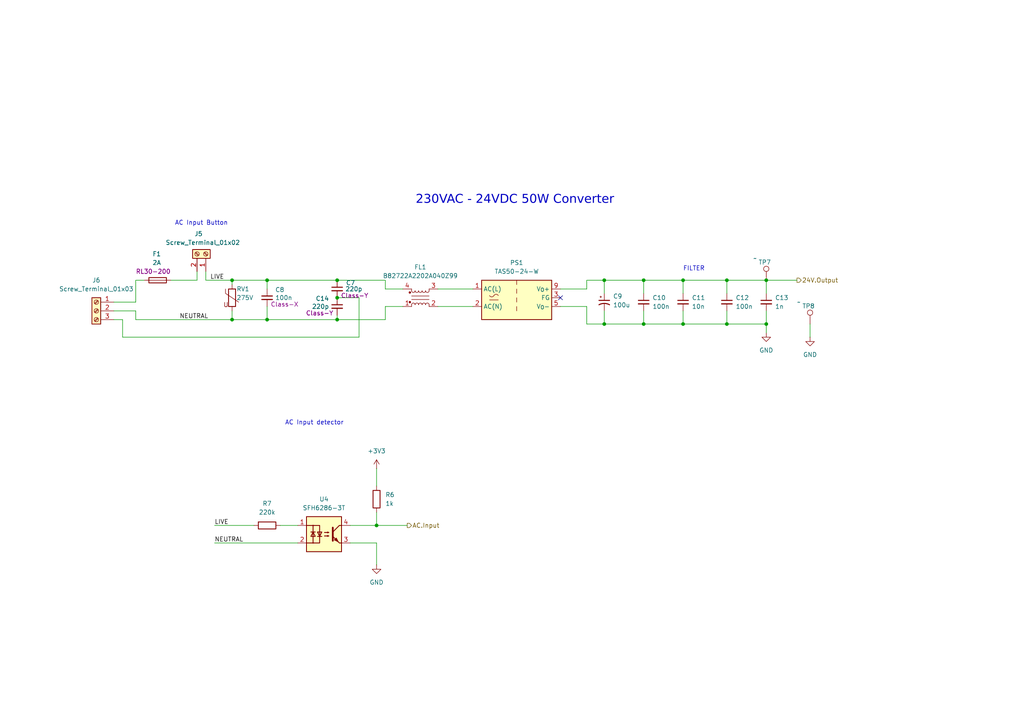
<source format=kicad_sch>
(kicad_sch (version 20250114) (generator "eeschema") (generator_version "9.0")
  (paper "A4")
  (lib_symbols
    (symbol "Connector:Screw_Terminal_01x02" (pin_names (offset 1.016) (hide yes))
      (property "Reference" "J" (at 0 2.54 0))
      (property "Value" "Screw_Terminal_01x02" (at 0 -5.08 0))
      (symbol "Screw_Terminal_01x02_1_1"
        (rectangle (start -1.27 1.27) (end 1.27 -3.81) (stroke (width 0.254)) (fill (type background)))
        (polyline (pts (xy -0.5334 0.3302) (xy 0.3302 -0.508)) (stroke (width 0.1524)))
        (polyline (pts (xy -0.5334 -2.2098) (xy 0.3302 -3.048)) (stroke (width 0.1524)))
        (polyline (pts (xy -0.3556 0.508) (xy 0.508 -0.3302)) (stroke (width 0.1524)))
        (polyline (pts (xy -0.3556 -2.032) (xy 0.508 -2.8702)) (stroke (width 0.1524)))
        (circle (center 0 0) (radius 0.635) (stroke (width 0.1524)))
        (circle (center 0 -2.54) (radius 0.635) (stroke (width 0.1524)))
        (pin passive line (at -5.08 0 0) (length 3.81) (name "Pin_1") (number "1"))
        (pin passive line (at -5.08 -2.54 0) (length 3.81) (name "Pin_2") (number "2"))
      )
    )
    (symbol "Connector:Screw_Terminal_01x03" (pin_names (offset 1.016) (hide yes))
      (property "Reference" "J" (at 0 5.08 0))
      (property "Value" "Screw_Terminal_01x03" (at 0 -5.08 0))
      (symbol "Screw_Terminal_01x03_1_1"
        (rectangle (start -1.27 3.81) (end 1.27 -3.81) (stroke (width 0.254)) (fill (type background)))
        (polyline (pts (xy -0.5334 2.8702) (xy 0.3302 2.032)) (stroke (width 0.1524)))
        (polyline (pts (xy -0.5334 0.3302) (xy 0.3302 -0.508)) (stroke (width 0.1524)))
        (polyline (pts (xy -0.5334 -2.2098) (xy 0.3302 -3.048)) (stroke (width 0.1524)))
        (polyline (pts (xy -0.3556 3.048) (xy 0.508 2.2098)) (stroke (width 0.1524)))
        (polyline (pts (xy -0.3556 0.508) (xy 0.508 -0.3302)) (stroke (width 0.1524)))
        (polyline (pts (xy -0.3556 -2.032) (xy 0.508 -2.8702)) (stroke (width 0.1524)))
        (circle (center 0 2.54) (radius 0.635) (stroke (width 0.1524)))
        (circle (center 0 0) (radius 0.635) (stroke (width 0.1524)))
        (circle (center 0 -2.54) (radius 0.635) (stroke (width 0.1524)))
        (pin passive line (at -5.08 2.54 0) (length 3.81) (name "Pin_1") (number "1"))
        (pin passive line (at -5.08 0 0) (length 3.81) (name "Pin_2") (number "2"))
        (pin passive line (at -5.08 -2.54 0) (length 3.81) (name "Pin_3") (number "3"))
      )
    )
    (symbol "Connector:TestPoint" (pin_numbers (hide yes)) (pin_names (offset 0.762) (hide yes))
      (property "Reference" "TP" (at 0 6.858 0))
      (property "Value" "TestPoint" (at 0 5.08 0))
      (symbol "TestPoint_0_1"
        (circle (center 0 3.302) (radius 0.762))
      )
      (symbol "TestPoint_1_1"
        (pin passive line (at 0 0 90) (length 2.54) (name "1") (number "1"))
      )
    )
    (symbol "Converter_ACDC:TMLM04253"
      (property "Reference" "PS?" (at 0 10.16 0))
      (property "Value" "TMLM04253" (at 0 7.62 0))
      (symbol "TMLM04253_0_1"
        (rectangle (start -10.16 5.08) (end 10.16 -6.35) (stroke (width 0.254)) (fill (type background)))
        (polyline (pts (xy -7.874 -0.635) (xy -5.334 -0.635)))
        (arc (start -6.604 0.635) (mid -7.239 0.2495) (end -7.874 0.635))
        (arc (start -6.604 0.635) (mid -5.969 1.0072) (end -5.334 0.635))
        (polyline (pts (xy 0 5.08) (xy 0 3.81)))
        (polyline (pts (xy 0 2.54) (xy 0 1.27)))
        (polyline (pts (xy 0 0) (xy 0 -1.27)))
        (polyline (pts (xy 0 -2.54) (xy 0 -3.81)))
      )
      (symbol "TMLM04253_1_1"
        (pin power_in line (at -12.7 2.54 0) (length 2.54) (name "AC(L)") (number "1"))
        (pin power_in line (at -12.7 -2.54 0) (length 2.54) (name "AC(N)") (number "2"))
        (pin no_connect line (at 0 -5.08 180) (length 2.54) (hide yes) (name "NP") (number "4"))
        (pin no_connect line (at 0 -5.08 180) (length 2.54) (hide yes) (name "NP") (number "6"))
        (pin no_connect line (at 0 -5.08 180) (length 2.54) (hide yes) (name "NP") (number "7"))
        (pin no_connect line (at 0 -5.08 180) (length 2.54) (hide yes) (name "NP") (number "8"))
        (pin power_out line (at 12.7 2.54 180) (length 2.54) (name "V_{O}+") (number "9"))
        (pin power_out line (at 12.7 0 180) (length 2.54) (name "FG") (number "3"))
        (pin power_out line (at 12.7 -2.54 180) (length 2.54) (name "V_{O}-") (number "5"))
      )
    )
    (symbol "Device:C_Polarized_Small_US" (pin_numbers (hide yes)) (pin_names (offset 0.254) (hide yes))
      (property "Reference" "C" (at 0.254 1.778 0))
      (property "Value" "C_Polarized_Small_US" (at 0.254 -2.032 0))
      (symbol "C_Polarized_Small_US_0_1"
        (polyline (pts (xy -1.524 0.508) (xy 1.524 0.508)) (stroke (width 0.3048)))
        (polyline (pts (xy -1.27 1.524) (xy -0.762 1.524)))
        (polyline (pts (xy -1.016 1.27) (xy -1.016 1.778)))
        (arc (start -1.524 -0.762) (mid 0 -0.3734) (end 1.524 -0.762) (stroke (width 0.3048)))
      )
      (symbol "C_Polarized_Small_US_1_1"
        (pin passive line (at 0 2.54 270) (length 2.032) (name "~") (number "1"))
        (pin passive line (at 0 -2.54 90) (length 2.032) (name "~") (number "2"))
      )
    )
    (symbol "Device:C_Small" (pin_numbers (hide yes)) (pin_names (offset 0.254) (hide yes))
      (property "Reference" "C" (at 0.254 1.778 0))
      (property "Value" "C_Small" (at 0.254 -2.032 0))
      (symbol "C_Small_0_1"
        (polyline (pts (xy -1.524 0.508) (xy 1.524 0.508)) (stroke (width 0.3048)))
        (polyline (pts (xy -1.524 -0.508) (xy 1.524 -0.508)) (stroke (width 0.3302)))
      )
      (symbol "C_Small_1_1"
        (pin passive line (at 0 2.54 270) (length 2.032) (name "~") (number "1"))
        (pin passive line (at 0 -2.54 90) (length 2.032) (name "~") (number "2"))
      )
    )
    (symbol "Device:Filter_EMI_LL_1423" (pin_names (hide yes))
      (property "Reference" "FL1" (at 0 8.89 0))
      (property "Value" "B82722A2202A040Z99" (at 0 6.35 0))
      (symbol "Filter_EMI_LL_1423_0_1"
        (circle (center -3.048 1.524) (radius 0.254) (fill (type outline)))
        (circle (center -3.048 -1.27) (radius 0.254) (fill (type outline)))
        (polyline (pts (xy -2.54 2.032) (xy -2.54 2.54)))
        (polyline (pts (xy -2.54 0.508) (xy 2.54 0.508)))
        (polyline (pts (xy -2.54 -2.032) (xy -2.54 -2.54)))
        (arc (start -1.524 2.032) (mid -2.032 1.5262) (end -2.54 2.032))
        (arc (start -2.54 -2.032) (mid -2.032 -1.5262) (end -1.524 -2.032))
        (arc (start -0.508 2.032) (mid -1.016 1.5262) (end -1.524 2.032))
        (arc (start -1.524 -2.032) (mid -1.016 -1.5262) (end -0.508 -2.032))
        (arc (start 0.508 2.032) (mid 0 1.5262) (end -0.508 2.032))
        (arc (start -0.508 -2.032) (mid 0 -1.5262) (end 0.508 -2.032))
        (arc (start 1.524 2.032) (mid 1.016 1.5262) (end 0.508 2.032))
        (arc (start 0.508 -2.032) (mid 1.016 -1.5262) (end 1.524 -2.032))
        (arc (start 2.54 2.032) (mid 2.032 1.5262) (end 1.524 2.032))
        (arc (start 1.524 -2.032) (mid 2.032 -1.5262) (end 2.54 -2.032))
        (polyline (pts (xy 2.54 2.54) (xy 2.54 2.032)))
        (polyline (pts (xy 2.54 -0.508) (xy -2.54 -0.508)))
        (polyline (pts (xy 2.54 -2.032) (xy 2.54 -2.54)))
      )
      (symbol "Filter_EMI_LL_1423_1_1"
        (pin passive line (at -5.08 2.54 0) (length 2.54) (name "4") (number "4"))
        (pin passive line (at -5.08 -2.54 0) (length 2.54) (name "1") (number "1"))
        (pin passive line (at 5.08 2.54 180) (length 2.54) (name "3") (number "3"))
        (pin passive line (at 5.08 -2.54 180) (length 2.54) (name "2") (number "2"))
      )
    )
    (symbol "Device:Fuse" (pin_numbers (hide yes)) (pin_names (offset 0))
      (property "Reference" "F" (at 2.032 0 90))
      (property "Value" "Fuse" (at -1.905 0 90))
      (symbol "Fuse_0_1"
        (rectangle (start -0.762 -2.54) (end 0.762 2.54) (stroke (width 0.254)))
        (polyline (pts (xy 0 2.54) (xy 0 -2.54)))
      )
      (symbol "Fuse_1_1"
        (pin passive line (at 0 3.81 270) (length 1.27) (name "~") (number "1"))
        (pin passive line (at 0 -3.81 90) (length 1.27) (name "~") (number "2"))
      )
    )
    (symbol "Device:R" (pin_numbers (hide yes)) (pin_names (offset 0))
      (property "Reference" "R" (at 2.032 0 90))
      (property "Value" "R" (at 0 0 90))
      (symbol "R_0_1"
        (rectangle (start -1.016 -2.54) (end 1.016 2.54) (stroke (width 0.254)))
      )
      (symbol "R_1_1"
        (pin passive line (at 0 3.81 270) (length 1.27) (name "~") (number "1"))
        (pin passive line (at 0 -3.81 90) (length 1.27) (name "~") (number "2"))
      )
    )
    (symbol "Device:Varistor" (pin_numbers (hide yes)) (pin_names (offset 0))
      (property "Reference" "RV" (at 3.175 0 90))
      (property "Value" "Varistor" (at -3.175 0 90))
      (symbol "Varistor_0_0"
        (text "U" (at -1.778 -2.032 0) (effects (font (size 1.27 1.27))))
      )
      (symbol "Varistor_0_1"
        (polyline (pts (xy -1.905 2.54) (xy -1.905 1.27) (xy 1.905 -1.27)))
        (rectangle (start -1.016 -2.54) (end 1.016 2.54) (stroke (width 0.254)))
      )
      (symbol "Varistor_1_1"
        (pin passive line (at 0 3.81 270) (length 1.27) (name "~") (number "1"))
        (pin passive line (at 0 -3.81 90) (length 1.27) (name "~") (number "2"))
      )
    )
    (symbol "Isolator:SFH620A-2X007T" (pin_names (offset 1.016))
      (property "Reference" "U" (at -4.064 6.35 0))
      (property "Value" "SFH620A-2X007T" (at -5.334 -6.604 0))
      (symbol "SFH620A-2X007T_1_1"
        (rectangle (start -5.08 5.08) (end 5.08 -5.08) (stroke (width 0.254)) (fill (type background)))
        (polyline (pts (xy -5.08 2.54) (xy -3.175 2.54) (xy -3.175 -2.54) (xy -5.08 -2.54)) (stroke (width 0.254)))
        (polyline (pts (xy -3.81 0.635) (xy -2.54 0.635)) (stroke (width 0.254)))
        (circle (center -3.175 2.54) (radius 0.127))
        (polyline (pts (xy -3.175 0.635) (xy -3.81 -0.635) (xy -2.54 -0.635) (xy -3.175 0.635)) (stroke (width 0.254)))
        (circle (center -3.175 -2.54) (radius 0.127))
        (polyline (pts (xy -3.175 -2.54) (xy -1.27 -2.54) (xy -1.27 2.54) (xy -3.175 2.54)) (stroke (width 0.254)))
        (polyline (pts (xy -1.905 -0.635) (xy -0.635 -0.635)) (stroke (width 0.254)))
        (polyline (pts (xy -1.27 -0.635) (xy -1.905 0.635) (xy -0.635 0.635) (xy -1.27 -0.635)) (stroke (width 0.254)))
        (polyline (pts (xy 0.127 0.508) (xy 1.397 0.508) (xy 1.016 0.381) (xy 1.016 0.635) (xy 1.397 0.508)) (stroke (width 0.254)))
        (polyline (pts (xy 0.127 -0.508) (xy 1.397 -0.508) (xy 1.016 -0.635) (xy 1.016 -0.381) (xy 1.397 -0.508)) (stroke (width 0.254)))
        (polyline (pts (xy 2.54 1.905) (xy 2.54 -1.905) (xy 2.54 -1.905)) (stroke (width 0.508)))
        (polyline (pts (xy 3.048 -1.651) (xy 3.556 -1.143) (xy 4.064 -2.159) (xy 3.048 -1.651) (xy 3.048 -1.651)) (stroke (width 0.254)) (fill (type outline)))
        (polyline (pts (xy 5.08 2.54) (xy 4.445 2.54) (xy 2.54 0.635)) (stroke (width 0.254)))
        (polyline (pts (xy 5.08 -2.54) (xy 4.445 -2.54) (xy 2.54 -0.635)) (stroke (width 0.254)))
        (pin passive line (at -7.62 2.54 0) (length 2.54) (name "~") (number "1"))
        (pin passive line (at -7.62 -2.54 0) (length 2.54) (name "~") (number "2"))
        (pin passive line (at 7.62 2.54 180) (length 2.54) (name "~") (number "4"))
        (pin passive line (at 7.62 -2.54 180) (length 2.54) (name "~") (number "3"))
      )
    )
    (symbol "power:+3V3" (power) (pin_numbers (hide yes)) (pin_names (offset 0) (hide yes))
      (property "Value" "+3V3" (at 0 3.556 0))
      (symbol "+3V3_0_1"
        (polyline (pts (xy -0.762 1.27) (xy 0 2.54)))
        (polyline (pts (xy 0 2.54) (xy 0.762 1.27)))
        (polyline (pts (xy 0 0) (xy 0 2.54)))
      )
      (symbol "+3V3_1_1"
        (pin power_in line (at 0 0 90) (length 0) (name "~") (number "1"))
      )
    )
    (symbol "power:GND" (power) (pin_numbers (hide yes)) (pin_names (offset 0) (hide yes))
      (property "Value" "GND" (at 0 -3.81 0))
      (symbol "GND_0_1"
        (polyline (pts (xy 0 0) (xy 0 -1.27) (xy 1.27 -1.27) (xy 0 -2.54) (xy -1.27 -1.27) (xy 0 -1.27)))
      )
      (symbol "GND_1_1"
        (pin power_in line (at 0 0 270) (length 0) (name "~") (number "1"))
      )
    )
  )
  (text "AC Input detector" (at 91.186 122.682 0) (effects (font (size 1.27 1.27))))
  (text "AC Input Button" (at 58.42 64.77 0) (effects (font (size 1.27 1.27))))
  (text "FILTER" (at 198.12 78.74 0) (effects (font (size 1.27 1.27)) (justify left bottom)))
  (text "230VAC - 24VDC 50W Converter" (at 149.352 58.674 0) (effects (font (size 2.54 2.54))))
  (junction (at 210.82 93.98))
  (junction (at 97.79 81.28))
  (junction (at 67.31 92.71))
  (junction (at 198.12 93.98))
  (junction (at 175.26 81.28))
  (junction (at 198.12 81.28))
  (junction (at 175.26 93.98))
  (junction (at 97.79 86.36))
  (junction (at 186.69 81.28))
  (junction (at 109.22 152.4))
  (junction (at 222.25 81.28))
  (junction (at 210.82 81.28))
  (junction (at 77.47 81.28))
  (junction (at 222.25 93.98))
  (junction (at 186.69 93.98))
  (junction (at 97.79 92.71))
  (junction (at 77.47 92.71))
  (junction (at 67.31 81.28))
  (no_connect (at 162.56 86.36))
  (wire (pts (xy 35.56 92.71) (xy 35.56 97.79)))
  (wire (pts (xy 109.22 148.59) (xy 109.22 152.4)))
  (wire (pts (xy 210.82 90.17) (xy 210.82 93.98)))
  (wire (pts (xy 59.69 78.74) (xy 59.69 81.28)))
  (wire (pts (xy 170.18 88.9) (xy 170.18 93.98)))
  (wire (pts (xy 77.47 81.28) (xy 97.79 81.28)))
  (wire (pts (xy 111.76 88.9) (xy 111.76 92.71)))
  (wire (pts (xy 198.12 90.17) (xy 198.12 93.98)))
  (wire (pts (xy 175.26 81.28) (xy 175.26 85.09)))
  (wire (pts (xy 222.25 96.52) (xy 222.25 93.98)))
  (wire (pts (xy 116.84 88.9) (xy 111.76 88.9)))
  (wire (pts (xy 77.47 88.9) (xy 77.47 92.71)))
  (wire (pts (xy 234.95 93.98) (xy 234.95 97.79)))
  (wire (pts (xy 162.56 88.9) (xy 170.18 88.9)))
  (wire (pts (xy 104.14 97.79) (xy 35.56 97.79)))
  (wire (pts (xy 67.31 92.71) (xy 77.47 92.71)))
  (wire (pts (xy 186.69 81.28) (xy 186.69 85.09)))
  (wire (pts (xy 39.37 81.28) (xy 39.37 87.63)))
  (wire (pts (xy 39.37 87.63) (xy 33.02 87.63)))
  (wire (pts (xy 175.26 93.98) (xy 186.69 93.98)))
  (wire (pts (xy 109.22 152.4) (xy 101.6 152.4)))
  (wire (pts (xy 111.76 81.28) (xy 97.79 81.28)))
  (wire (pts (xy 41.91 81.28) (xy 39.37 81.28)))
  (wire (pts (xy 39.37 90.17) (xy 39.37 92.71)))
  (wire (pts (xy 198.12 81.28) (xy 198.12 85.09)))
  (wire (pts (xy 175.26 81.28) (xy 186.69 81.28)))
  (wire (pts (xy 198.12 93.98) (xy 210.82 93.98)))
  (wire (pts (xy 62.23 157.48) (xy 86.36 157.48)))
  (wire (pts (xy 210.82 81.28) (xy 210.82 85.09)))
  (wire (pts (xy 57.15 78.74) (xy 57.15 81.28)))
  (wire (pts (xy 198.12 81.28) (xy 186.69 81.28)))
  (wire (pts (xy 57.15 81.28) (xy 49.53 81.28)))
  (wire (pts (xy 67.31 81.28) (xy 67.31 82.55)))
  (wire (pts (xy 137.16 83.82) (xy 127 83.82)))
  (wire (pts (xy 104.14 86.36) (xy 104.14 97.79)))
  (wire (pts (xy 109.22 135.89) (xy 109.22 140.97)))
  (wire (pts (xy 77.47 81.28) (xy 77.47 83.82)))
  (wire (pts (xy 97.79 86.36) (xy 104.14 86.36)))
  (wire (pts (xy 62.23 152.4) (xy 73.66 152.4)))
  (wire (pts (xy 137.16 88.9) (xy 127 88.9)))
  (wire (pts (xy 222.25 93.98) (xy 222.25 90.17)))
  (wire (pts (xy 186.69 93.98) (xy 198.12 93.98)))
  (wire (pts (xy 170.18 81.28) (xy 175.26 81.28)))
  (wire (pts (xy 67.31 90.17) (xy 67.31 92.71)))
  (wire (pts (xy 170.18 93.98) (xy 175.26 93.98)))
  (wire (pts (xy 210.82 81.28) (xy 222.25 81.28)))
  (wire (pts (xy 170.18 83.82) (xy 170.18 81.28)))
  (wire (pts (xy 111.76 83.82) (xy 111.76 81.28)))
  (wire (pts (xy 116.84 83.82) (xy 111.76 83.82)))
  (wire (pts (xy 109.22 157.48) (xy 101.6 157.48)))
  (wire (pts (xy 162.56 83.82) (xy 170.18 83.82)))
  (wire (pts (xy 109.22 152.4) (xy 118.11 152.4)))
  (wire (pts (xy 33.02 90.17) (xy 39.37 90.17)))
  (wire (pts (xy 210.82 93.98) (xy 222.25 93.98)))
  (wire (pts (xy 210.82 81.28) (xy 198.12 81.28)))
  (wire (pts (xy 97.79 91.44) (xy 97.79 92.71)))
  (wire (pts (xy 222.25 81.28) (xy 231.14 81.28)))
  (wire (pts (xy 81.28 152.4) (xy 86.36 152.4)))
  (wire (pts (xy 59.69 81.28) (xy 67.31 81.28)))
  (wire (pts (xy 39.37 92.71) (xy 67.31 92.71)))
  (wire (pts (xy 77.47 92.71) (xy 97.79 92.71)))
  (wire (pts (xy 222.25 81.28) (xy 222.25 85.09)))
  (wire (pts (xy 33.02 92.71) (xy 35.56 92.71)))
  (wire (pts (xy 175.26 90.17) (xy 175.26 93.98)))
  (wire (pts (xy 186.69 90.17) (xy 186.69 93.98)))
  (wire (pts (xy 109.22 157.48) (xy 109.22 163.83)))
  (wire (pts (xy 67.31 81.28) (xy 77.47 81.28)))
  (wire (pts (xy 111.76 92.71) (xy 97.79 92.71)))
  (label "NEUTRAL" (at 62.23 157.48 0))
  (label "LIVE" (at 60.96 81.28 0))
  (label "LIVE" (at 62.23 152.4 0))
  (label "NEUTRAL" (at 52.07 92.71 0))
  (hierarchical_label "AC.Input" (shape output) (at 118.11 152.4 0))
  (hierarchical_label "24V.Output" (shape output) (at 231.14 81.28 0))
  (symbol (lib_id "Device:C_Polarized_Small_US") (at 175.26 87.63 0) (unit 1)
    (property "Reference" "C9" (at 177.8 85.9281 0) (effects (justify left)))
    (property "Value" "100u" (at 177.8 88.4681 0) (effects (justify left)))
    (property "Footprint" "Capacitor_SMD:CP_Elec_6.3x7.7" (effects (hide yes)))
    (property "Description" "100uF 25V 93mA@120Hz ±20% SMD,D6.3xL7.7mm Aluminum Electrolytic Capacitors" (effects (hide yes)))
    (property "MPN" "RVT1E101M0607" (effects (hide yes)))
  )
  (symbol (lib_id "Connector:Screw_Terminal_01x03") (at 27.94 90.17 0) (mirror y) (unit 1)
    (property "Reference" "J6" (at 27.94 81.28 0))
    (property "Value" "Screw_Terminal_01x03" (at 27.94 83.82 0))
    (property "Description" "Generic screw terminal, single row, 01x03, script generated (kicad-library-utils/schlib/autogen/connector/)" (effects (hide yes)))
  )
  (symbol (lib_id "Isolator:SFH620A-2X007T") (at 93.98 154.94 0) (unit 1)
    (property "Reference" "U4" (at 93.98 144.78 0))
    (property "Value" "SFH6286-3T" (at 93.98 147.32 0))
    (property "Footprint" "Package_DIP:SMDIP-4_W9.53mm_Clearance8mm" (effects (hide yes)))
    (property "Datasheet" "https://www.lcsc.com/datasheet/C144899.pdf" (effects (hide yes)))
    (property "Description" "Optocoupler, Phototransistor Output, 5300 VRMS, VCEO 70V, CTR% 63-200 UL, cUL, BSI, SMD-4" (effects (hide yes)))
  )
  (symbol (lib_id "Device:C_Small") (at 97.79 88.9 0) (mirror y) (unit 1)
    (property "Reference" "C14" (at 95.4532 86.5886 0) (effects (justify left)))
    (property "Value" "220p" (at 95.4532 88.9 0) (effects (justify left)))
    (property "Footprint" "Capacitor_THT:C_Disc_D7.5mm_W5.0mm_P10.00mm" (effects (hide yes)))
    (property "Datasheet" "https://datasheet.lcsc.com/lcsc/1912111437_TDK-B32921C3104M000_C361368.pdf" (effects (hide yes)))
    (property "Description" "220pF ±10% Y1 250V Plugin,P=10mm Suppression Capacitors" (effects (hide yes)))
    (property "CLASS" "Class-Y" (at 92.71 90.805 0))
  )
  (symbol (lib_id "power:GND") (at 222.25 96.52 0) (unit 1)
    (property "Reference" "#PWR028" (effects (hide yes)))
    (property "Value" "GND" (at 222.25 101.6 0))
  )
  (symbol (lib_id "Device:C_Small") (at 198.12 87.63 0) (unit 1)
    (property "Reference" "C11" (at 200.66 86.3662 0) (effects (justify left)))
    (property "Value" "10n" (at 200.66 88.9062 0) (effects (justify left)))
    (property "Footprint" "Capacitor_SMD:C_0402_1005Metric" (effects (hide yes)))
    (property "Description" "50V 10nF X7R ±10% 0603 Multilayer Ceramic Capacitors" (effects (hide yes)))
  )
  (symbol (lib_id "Device:C_Small") (at 97.79 83.82 0) (unit 1)
    (property "Reference" "C7" (at 100.33 82.042 0) (effects (justify left)))
    (property "Value" "220p" (at 100.1268 83.82 0) (effects (justify left)))
    (property "Footprint" "Capacitor_THT:C_Disc_D7.5mm_W5.0mm_P10.00mm" (effects (hide yes)))
    (property "Datasheet" "https://datasheet.lcsc.com/lcsc/1912111437_TDK-B32921C3104M000_C361368.pdf" (effects (hide yes)))
    (property "Description" "220pF ±10% Y1 250V Plugin,P=10mm Suppression Capacitors" (effects (hide yes)))
    (property "MPN" "DCF221K26Y5PG73L0A0" (effects (hide yes)))
    (property "CLASS" "Class-Y" (at 102.87 85.725 0))
  )
  (symbol (lib_id "Device:Fuse") (at 45.72 81.28 90) (unit 1)
    (property "Reference" "F1" (at 45.466 73.66 90))
    (property "Value" "2A" (at 45.466 76.2 90))
    (property "Footprint" "greencharge-footprints:RESETTABLE_FUSE_RL30-600" (effects (hide yes)))
    (property "Description" "30V 2A 40A 4A Plugin Resettable Fuses ROHS" (effects (hide yes)))
    (property "MPN" "RL30-200" (at 44.45 78.74 90))
  )
  (symbol (lib_id "Device:Filter_EMI_LL_1423") (at 121.92 86.36 0) (unit 1)
    (property "Reference" "FL1" (at 121.92 77.47 0))
    (property "Value" "B82722A2202A040Z99" (at 121.92 80.01 0))
    (property "Footprint" "MACHADA_footprints:B82721K2202N001" (effects (hide yes)))
    (property "Description" "1 mH @ 100 kHz 2 Line Common Mode Choke Through Hole 2A DCR 80mOhm" (effects (hide yes)))
  )
  (symbol (lib_id "power:GND") (at 234.95 97.79 0) (unit 1)
    (property "Reference" "#PWR029" (effects (hide yes)))
    (property "Value" "GND" (at 234.95 102.87 0))
  )
  (symbol (lib_id "Device:C_Small") (at 77.47 86.36 0) (unit 1)
    (property "Reference" "C8" (at 79.8068 84.0486 0) (effects (justify left)))
    (property "Value" "100n" (at 79.8068 86.36 0) (effects (justify left)))
    (property "Footprint" "Capacitor_THT:C_Rect_L13.0mm_W6.0mm_P10.00mm_FKS3_FKP3_MKS4" (effects (hide yes)))
    (property "Datasheet" "https://datasheet.lcsc.com/lcsc/1912111437_TDK-B32921C3104M000_C361368.pdf" (effects (hide yes)))
    (property "Description" "100nF ±10% X2 Plugin,P=10mm Suppression Capacitors" (effects (hide yes)))
    (property "MFR" "MPX104K31C3KN15600" (effects (hide yes)))
    (property "CLASS" "Class-X" (at 82.55 88.265 0))
  )
  (symbol (lib_id "Connector:TestPoint") (at 222.25 81.28 0) (unit 1)
    (property "Reference" "TP7" (at 219.964 76.073 0) (effects (justify left)))
    (property "Value" "~" (at 218.44 74.93 0) (effects (justify left)))
    (property "Footprint" "brilliant-kicad-library:TestPoint_Pad_D0.9mm" (effects (hide yes)))
  )
  (symbol (lib_id "Device:C_Small") (at 210.82 87.63 0) (unit 1)
    (property "Reference" "C12" (at 213.36 86.3662 0) (effects (justify left)))
    (property "Value" "100n" (at 213.36 88.9062 0) (effects (justify left)))
    (property "Footprint" "Capacitor_SMD:C_0402_1005Metric" (effects (hide yes)))
    (property "Description" "25V 100nF X7R ±10% 0603 Multilayer Ceramic Capacitors" (effects (hide yes)))
  )
  (symbol (lib_id "power:+3V3") (at 109.22 135.89 0) (unit 1)
    (property "Reference" "#PWR030" (effects (hide yes)))
    (property "Value" "+3V3" (at 109.22 130.81 0))
    (property "Description" "Power symbol creates a global label with name \"+3V3\"" (effects (hide yes)))
  )
  (symbol (lib_id "Device:R") (at 109.22 144.78 0) (unit 1)
    (property "Reference" "R6" (at 111.76 143.5099 0) (effects (justify left)))
    (property "Value" "1k" (at 111.76 146.0499 0) (effects (justify left)))
    (property "Description" "Resistor" (effects (hide yes)))
  )
  (symbol (lib_id "Device:R") (at 77.47 152.4 90) (unit 1)
    (property "Reference" "R7" (at 77.47 146.05 90))
    (property "Value" "220k" (at 77.47 148.59 90))
    (property "Description" "Resistor" (effects (hide yes)))
  )
  (symbol (lib_id "Device:Varistor") (at 67.31 86.36 0) (unit 1)
    (property "Reference" "RV1" (at 68.58 83.82 0) (effects (justify left)))
    (property "Value" "275V" (at 68.58 86.36 0) (effects (justify left)))
    (property "Footprint" "Varistor:RV_Disc_D9mm_W4.4mm_P5mm" (effects (hide yes)))
    (property "Description" " 275V Plugin,P=5mm Varistors ROHS" (effects (hide yes)))
  )
  (symbol (lib_id "Device:C_Small") (at 186.69 87.63 0) (unit 1)
    (property "Reference" "C10" (at 189.23 86.3662 0) (effects (justify left)))
    (property "Value" "100n" (at 189.23 88.9062 0) (effects (justify left)))
    (property "Footprint" "Capacitor_SMD:C_0402_1005Metric" (effects (hide yes)))
    (property "Description" "25V 100nF X7R ±10% 0603 Multilayer Ceramic Capacitors" (effects (hide yes)))
  )
  (symbol (lib_id "Device:C_Small") (at 222.25 87.63 0) (unit 1)
    (property "Reference" "C13" (at 224.79 86.3662 0) (effects (justify left)))
    (property "Value" "1n" (at 224.79 88.9062 0) (effects (justify left)))
    (property "Footprint" "Capacitor_SMD:C_0402_1005Metric" (effects (hide yes)))
    (property "Description" "X7R 1nF 25V ±10% 0603 Multilayer Ceramic Capacitors" (effects (hide yes)))
  )
  (symbol (lib_id "power:GND") (at 109.22 163.83 0) (unit 1)
    (property "Reference" "#PWR031" (effects (hide yes)))
    (property "Value" "GND" (at 109.22 168.91 0))
    (property "Description" "Power symbol creates a global label with name \"GND\" , ground" (effects (hide yes)))
  )
  (symbol (lib_id "Connector:TestPoint") (at 234.95 93.98 0) (unit 1)
    (property "Reference" "TP8" (at 232.664 88.773 0) (effects (justify left)))
    (property "Value" "~" (at 231.14 87.63 0) (effects (justify left)))
    (property "Footprint" "brilliant-kicad-library:TestPoint_Pad_D0.9mm" (effects (hide yes)))
  )
  (symbol (lib_id "Connector:Screw_Terminal_01x02") (at 59.69 73.66 270) (mirror x) (unit 1)
    (property "Reference" "J5" (at 56.388 67.818 90) (effects (justify left)))
    (property "Value" "Screw_Terminal_01x02" (at 48.006 70.358 90) (effects (justify left)))
    (property "Description" "Generic screw terminal, single row, 01x02, script generated (kicad-library-utils/schlib/autogen/connector/)" (effects (hide yes)))
  )
  (symbol (lib_id "Converter_ACDC:TMLM04253") (at 149.86 86.36 0) (unit 1)
    (property "Reference" "PS1" (at 149.86 76.2 0))
    (property "Value" "TAS50-24-W" (at 149.86 78.74 0))
    (property "Datasheet" "https://www.lcsc.com/datasheet/C695938.pdf" (effects (hide yes)))
    (property "Description" "AC DC Converters 1 Output 24V 2.1A 85~265 VAC 100~370 VDC input" (effects (hide yes)))
  )
)
</source>
